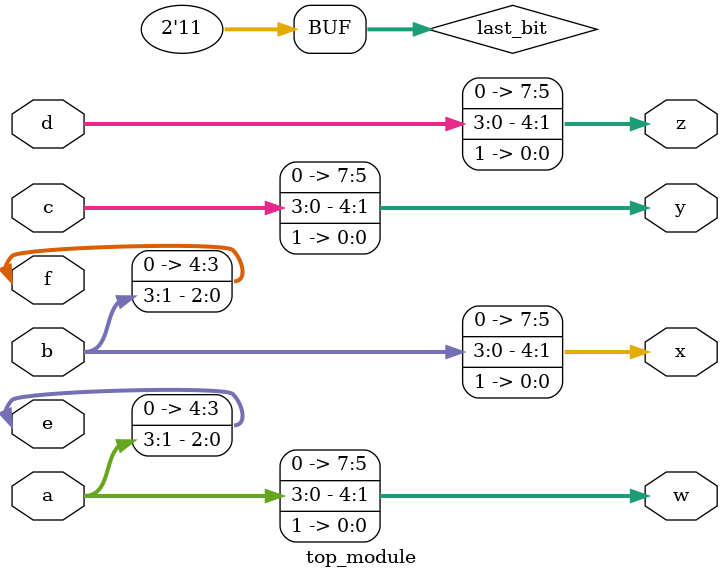
<source format=sv>
module top_module (
    input [4:0] a,
    input [4:0] b,
    input [4:0] c,
    input [4:0] d,
    input [4:0] e,
    input [4:0] f,
    output [7:0] w,
    output [7:0] x,
    output [7:0] y,
    output [7:0] z
);
    wire [1:0] last_bit;
    assign last_bit = 2'b11;
    
    assign w = {a[3:0], last_bit[1]};
    assign x = {b[3:0], last_bit[0]};
    assign y = {c[3:0], last_bit[1]};
    assign z = {d[3:0], last_bit[0]};
    
    assign w[7:2] = e[4:0];
    assign x[7:2] = f[4:0];
endmodule

</source>
